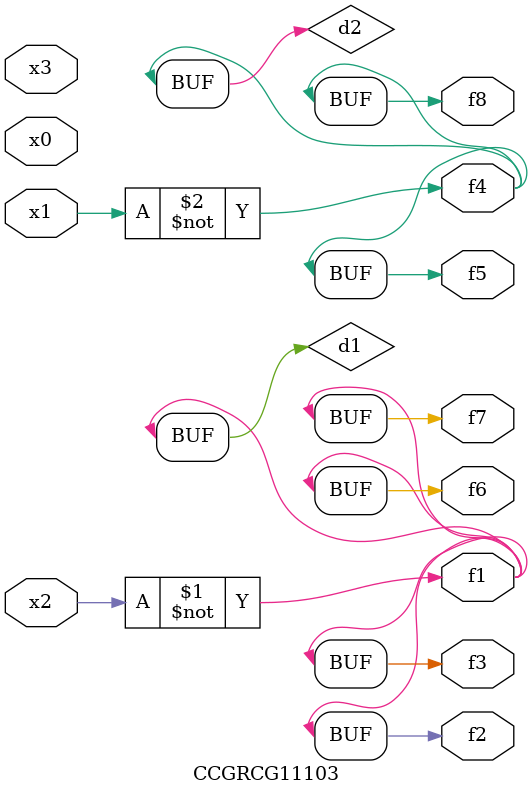
<source format=v>
module CCGRCG11103(
	input x0, x1, x2, x3,
	output f1, f2, f3, f4, f5, f6, f7, f8
);

	wire d1, d2;

	xnor (d1, x2);
	not (d2, x1);
	assign f1 = d1;
	assign f2 = d1;
	assign f3 = d1;
	assign f4 = d2;
	assign f5 = d2;
	assign f6 = d1;
	assign f7 = d1;
	assign f8 = d2;
endmodule

</source>
